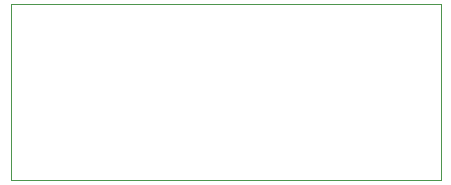
<source format=gbr>
%TF.GenerationSoftware,KiCad,Pcbnew,8.0.3*%
%TF.CreationDate,2024-08-23T16:47:22+02:00*%
%TF.ProjectId,BOOST_CONVERTER,424f4f53-545f-4434-9f4e-564552544552,1.0*%
%TF.SameCoordinates,Original*%
%TF.FileFunction,Profile,NP*%
%FSLAX46Y46*%
G04 Gerber Fmt 4.6, Leading zero omitted, Abs format (unit mm)*
G04 Created by KiCad (PCBNEW 8.0.3) date 2024-08-23 16:47:22*
%MOMM*%
%LPD*%
G01*
G04 APERTURE LIST*
%TA.AperFunction,Profile*%
%ADD10C,0.050000*%
%TD*%
G04 APERTURE END LIST*
D10*
X89815000Y-76900000D02*
X126180000Y-76900000D01*
X126180000Y-91810000D01*
X89815000Y-91810000D01*
X89815000Y-76900000D01*
M02*

</source>
